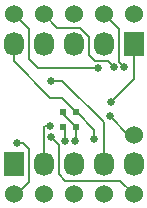
<source format=gbr>
G04 #@! TF.FileFunction,Copper,L2,Bot,Signal*
%FSLAX46Y46*%
G04 Gerber Fmt 4.6, Leading zero omitted, Abs format (unit mm)*
G04 Created by KiCad (PCBNEW 4.0.2+dfsg1-stable) date Tue 16 May 2017 12:42:15 BST*
%MOMM*%
G01*
G04 APERTURE LIST*
%ADD10C,0.100000*%
%ADD11C,1.524000*%
%ADD12R,0.600000X0.500000*%
%ADD13R,1.727200X2.032000*%
%ADD14O,1.727200X2.032000*%
%ADD15C,0.650000*%
%ADD16C,0.152400*%
G04 APERTURE END LIST*
D10*
D11*
X200279000Y-111823500D03*
D12*
X195431500Y-111188500D03*
X194331500Y-111188500D03*
D11*
X190119000Y-116840000D03*
X192659000Y-116840000D03*
X195199000Y-116840000D03*
X197739000Y-116840000D03*
X200279000Y-116840000D03*
X200279000Y-101600000D03*
X197739000Y-101600000D03*
X195199000Y-101600000D03*
X192659000Y-101600000D03*
X190119000Y-101600000D03*
D13*
X190119000Y-114300000D03*
D14*
X192659000Y-114300000D03*
X195199000Y-114300000D03*
X197739000Y-114300000D03*
X200279000Y-114300000D03*
D13*
X200279000Y-104140000D03*
D14*
X197739000Y-104140000D03*
X195199000Y-104140000D03*
X192659000Y-104140000D03*
X190119000Y-104140000D03*
D12*
X195431500Y-109918500D03*
X194331500Y-109918500D03*
D15*
X196913500Y-112141000D03*
X195326000Y-112331500D03*
X193294000Y-107251500D03*
X193230500Y-111061500D03*
X198374000Y-109029500D03*
X190373000Y-112522000D03*
X193294000Y-112014000D03*
X199453500Y-106108500D03*
X198628000Y-106108500D03*
X197294500Y-106172000D03*
X198247000Y-110236000D03*
X194500500Y-112331500D03*
D16*
X195431500Y-109918500D02*
X195453000Y-109918500D01*
X195453000Y-109918500D02*
X196913500Y-111379000D01*
X196913500Y-111379000D02*
X196913500Y-112141000D01*
X190119000Y-104140000D02*
X190119000Y-105600500D01*
X194225000Y-108712000D02*
X195431500Y-109918500D01*
X193230500Y-108712000D02*
X194225000Y-108712000D01*
X190119000Y-105600500D02*
X193230500Y-108712000D01*
X194331500Y-109918500D02*
X194331500Y-110088500D01*
X194331500Y-110088500D02*
X195431500Y-111188500D01*
X195431500Y-111188500D02*
X195431500Y-112226000D01*
X195431500Y-112226000D02*
X195326000Y-112331500D01*
X200279000Y-114300000D02*
X200279000Y-114808000D01*
X197739000Y-114300000D02*
X197739000Y-110744000D01*
X194246500Y-107251500D02*
X193294000Y-107251500D01*
X197739000Y-110744000D02*
X194246500Y-107251500D01*
X197739000Y-114300000D02*
X197739000Y-113601500D01*
X192659000Y-111188500D02*
X192659000Y-114300000D01*
X192786000Y-111061500D02*
X192659000Y-111188500D01*
X193230500Y-111061500D02*
X192786000Y-111061500D01*
X200279000Y-107124500D02*
X200279000Y-104140000D01*
X198374000Y-109029500D02*
X200279000Y-107124500D01*
X200279000Y-104140000D02*
X200279000Y-104267000D01*
X190119000Y-116840000D02*
X190373000Y-116840000D01*
X190373000Y-116840000D02*
X191389000Y-115824000D01*
X191389000Y-115824000D02*
X191389000Y-113030000D01*
X191389000Y-113030000D02*
X190881000Y-112522000D01*
X190881000Y-112522000D02*
X190373000Y-112522000D01*
X192659000Y-116840000D02*
X192659000Y-116395500D01*
X199136000Y-115697000D02*
X200279000Y-116840000D01*
X194500500Y-115697000D02*
X199136000Y-115697000D01*
X193929000Y-115125500D02*
X194500500Y-115697000D01*
X193929000Y-112649000D02*
X193929000Y-115125500D01*
X193294000Y-112014000D02*
X193929000Y-112649000D01*
X200279000Y-116840000D02*
X200215500Y-116840000D01*
X200279000Y-116840000D02*
X200152000Y-116840000D01*
X199009000Y-102870000D02*
X197739000Y-101600000D01*
X199009000Y-105664000D02*
X199009000Y-102870000D01*
X199453500Y-106108500D02*
X199009000Y-105664000D01*
X193802000Y-102743000D02*
X192659000Y-101600000D01*
X195707000Y-102743000D02*
X193802000Y-102743000D01*
X196469000Y-103505000D02*
X195707000Y-102743000D01*
X196469000Y-105029000D02*
X196469000Y-103505000D01*
X197040500Y-105600500D02*
X196469000Y-105029000D01*
X198120000Y-105600500D02*
X197040500Y-105600500D01*
X198628000Y-106108500D02*
X198120000Y-105600500D01*
X192659000Y-101600000D02*
X192659000Y-101663500D01*
X192659000Y-101600000D02*
X192659000Y-101346000D01*
X192659000Y-101727000D02*
X192659000Y-101600000D01*
X197294500Y-106172000D02*
X192151000Y-106172000D01*
X192151000Y-106172000D02*
X191389000Y-105410000D01*
X191389000Y-105410000D02*
X191389000Y-102870000D01*
X191389000Y-102870000D02*
X190119000Y-101600000D01*
X190119000Y-101600000D02*
X190119000Y-101981000D01*
X198247000Y-110236000D02*
X199834500Y-111823500D01*
X199834500Y-111823500D02*
X200279000Y-111823500D01*
X194500500Y-111357500D02*
X194500500Y-112331500D01*
X194500500Y-111357500D02*
X194331500Y-111188500D01*
M02*

</source>
